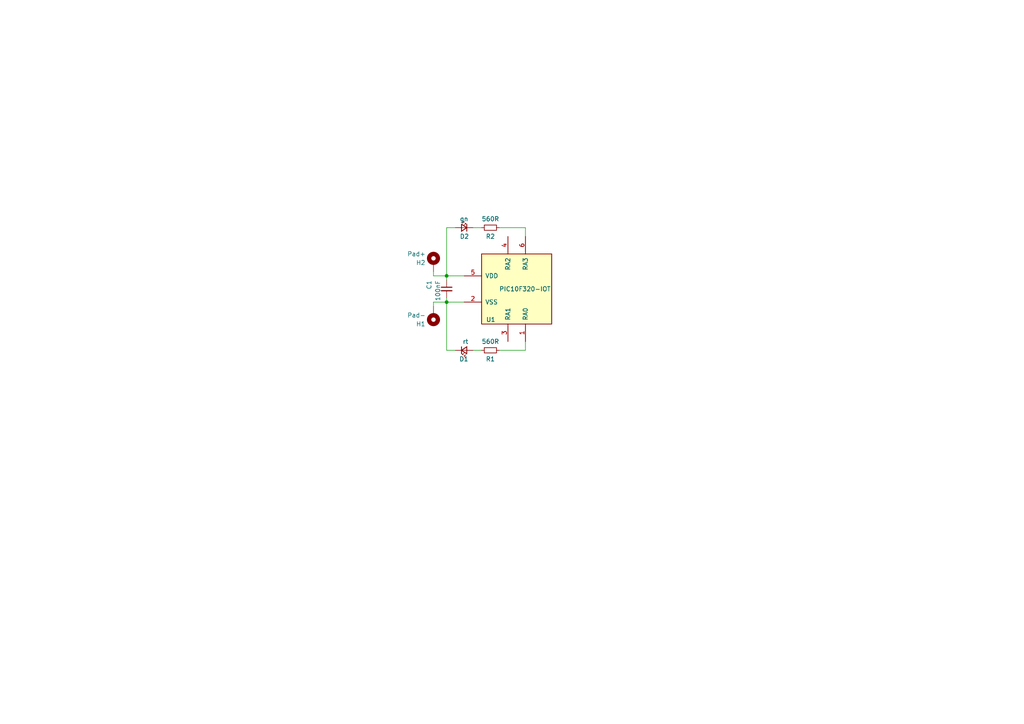
<source format=kicad_sch>
(kicad_sch (version 20211123) (generator eeschema)
  (paper "A4")
  (lib_symbols
    (symbol "Device:C_Small" (pin_numbers hide) (pin_names (offset 0.254) hide)
      (property "Reference" "C" (at 0.254 1.778 0))
      (property "Value" "C_Small" (at 0.254 -2.032 0))
      (symbol "C_Small_0_1"
        (polyline (pts (xy -1.524 -0.508) (xy 1.524 -0.508)) (stroke (width 0.3302)))
        (polyline (pts (xy -1.524 0.508) (xy 1.524 0.508)) (stroke (width 0.3048)))
      )
      (symbol "C_Small_1_1"
        (pin passive line (at 0 2.54 270) (length 2.032) (name "~") (number "1"))
        (pin passive line (at 0 -2.54 90) (length 2.032) (name "~") (number "2"))
      )
    )
    (symbol "Device:LED_Small" (pin_numbers hide) (pin_names (offset 0.254) hide)
      (property "Reference" "D" (at -1.27 3.175 0))
      (property "Value" "LED_Small" (at -4.445 -2.54 0))
      (symbol "LED_Small_0_1"
        (polyline (pts (xy -0.762 -1.016) (xy -0.762 1.016)) (stroke (width 0.254)))
        (polyline (pts (xy 1.016 0) (xy -0.762 0)))
        (polyline (pts (xy 0.762 -1.016) (xy -0.762 0) (xy 0.762 1.016) (xy 0.762 -1.016)) (stroke (width 0.254)))
        (polyline (pts (xy 0 0.762) (xy -0.508 1.27) (xy -0.254 1.27) (xy -0.508 1.27) (xy -0.508 1.016)))
        (polyline (pts (xy 0.508 1.27) (xy 0 1.778) (xy 0.254 1.778) (xy 0 1.778) (xy 0 1.524)))
      )
      (symbol "LED_Small_1_1"
        (pin passive line (at -2.54 0 0) (length 1.778) (name "K") (number "1"))
        (pin passive line (at 2.54 0 180) (length 1.778) (name "A") (number "2"))
      )
    )
    (symbol "Device:R_Small" (pin_numbers hide) (pin_names (offset 0.254) hide)
      (property "Reference" "R" (at 0.762 0.508 0))
      (property "Value" "R_Small" (at 0.762 -1.016 0))
      (symbol "R_Small_0_1"
        (rectangle (start -0.762 1.778) (end 0.762 -1.778) (stroke (width 0.2032)))
      )
      (symbol "R_Small_1_1"
        (pin passive line (at 0 2.54 270) (length 0.762) (name "~") (number "1"))
        (pin passive line (at 0 -2.54 90) (length 0.762) (name "~") (number "2"))
      )
    )
    (symbol "MCU_Microchip_PIC10:PIC10F320-IOT" (pin_names (offset 1.016))
      (property "Reference" "U1" (at 11.43 1.2701 90))
      (property "Value" "PIC10F320-IOT" (at 11.43 -1.2699 90))
      (symbol "PIC10F320-IOT_0_1"
        (rectangle (start -10.16 10.16) (end 10.16 -10.16) (stroke (width 0.254)) (fill (type background)))
      )
      (symbol "PIC10F320-IOT_1_1"
        (pin bidirectional line (at -15.24 2.54 0) (length 5.08) (name "RA0") (number "1"))
        (pin power_in line (at -3.81 -15.24 90) (length 5.08) (name "VSS") (number "2"))
        (pin bidirectional line (at -15.24 -2.54 0) (length 5.08) (name "RA1") (number "3"))
        (pin bidirectional line (at 15.24 -2.54 180) (length 5.08) (name "RA2") (number "4"))
        (pin power_in line (at 3.81 -15.24 90) (length 5.08) (name "VDD") (number "5"))
        (pin input line (at 15.24 2.54 180) (length 5.08) (name "RA3") (number "6"))
      )
    )
    (symbol "Mechanical:MountingHole_Pad" (pin_numbers hide) (pin_names (offset 1.016) hide)
      (property "Reference" "H" (at 0 6.35 0))
      (property "Value" "MountingHole_Pad" (at 0 4.445 0))
      (symbol "MountingHole_Pad_0_1"
        (circle (center 0 1.27) (radius 1.27) (stroke (width 1.27)))
      )
      (symbol "MountingHole_Pad_1_1"
        (pin input line (at 0 -2.54 90) (length 2.54) (name "1") (number "1"))
      )
    )
  )
  (junction (at 129.54 87.63))
  (junction (at 129.54 80.01))
  (wire (pts (xy 129.54 66.04) (xy 132.08 66.04)))
  (wire (pts (xy 125.73 80.01) (xy 129.54 80.01)))
  (wire (pts (xy 125.73 78.74) (xy 125.73 80.01)))
  (wire (pts (xy 125.73 88.9) (xy 125.73 87.63)))
  (wire (pts (xy 129.54 80.01) (xy 129.54 66.04)))
  (wire (pts (xy 144.78 101.6) (xy 152.4 101.6)))
  (wire (pts (xy 144.78 66.04) (xy 152.4 66.04)))
  (wire (pts (xy 129.54 81.28) (xy 129.54 80.01)))
  (wire (pts (xy 152.4 99.06) (xy 152.4 101.6)))
  (wire (pts (xy 125.73 87.63) (xy 129.54 87.63)))
  (wire (pts (xy 129.54 80.01) (xy 134.62 80.01)))
  (wire (pts (xy 129.54 87.63) (xy 129.54 101.6)))
  (wire (pts (xy 129.54 101.6) (xy 132.08 101.6)))
  (wire (pts (xy 152.4 66.04) (xy 152.4 68.58)))
  (wire (pts (xy 137.16 66.04) (xy 139.7 66.04)))
  (wire (pts (xy 137.16 101.6) (xy 139.7 101.6)))
  (wire (pts (xy 129.54 87.63) (xy 134.62 87.63)))
  (wire (pts (xy 129.54 86.36) (xy 129.54 87.63)))
  (symbol (lib_id "Mechanical:MountingHole_Pad") (at 125.73 91.44 0) (mirror x) (unit 1)
    (property "Reference" "H1" (at 120.65 93.98 0) (effects (justify left)))
    (property "Value" "Pad-" (at 118.11 91.44 0) (effects (justify left)))
    (property "Footprint" "MountingHole:MountingHole_2.2mm_M2_DIN965_Pad_TopOnly" (effects hide))
  )
  (symbol (lib_id "Device:R_Small") (at 142.24 101.6 90) (mirror x) (unit 1)
    (property "Reference" "R1" (at 142.24 104.14 90))
    (property "Value" "560R" (at 142.24 99.06 90))
    (property "Footprint" "Resistor_SMD:R_0603_1608Metric_Pad0.98x0.95mm_HandSolder" (effects hide))
  )
  (symbol (lib_id "Device:R_Small") (at 142.24 66.04 90) (mirror x) (unit 1)
    (property "Reference" "R2" (at 142.24 68.58 90))
    (property "Value" "560R" (at 142.24 63.5 90))
    (property "Footprint" "Resistor_SMD:R_0603_1608Metric_Pad0.98x0.95mm_HandSolder" (effects hide))
  )
  (symbol (lib_id "Device:LED_Small") (at 134.62 66.04 0) (mirror y) (unit 1)
    (property "Reference" "D2" (at 133.35 68.58 0) (effects (justify right)))
    (property "Value" "gn" (at 133.35 63.5 0) (effects (justify right)))
    (property "Footprint" "LED_SMD:LED_0603_1608Metric" (effects hide))
  )
  (symbol (lib_id "MCU_Microchip_PIC10:PIC10F320-IOT") (at 149.86 83.82 270) (mirror x) (unit 1)
    (property "Reference" "U1" (at 140.97 92.71 90) (effects (justify left)))
    (property "Value" "PIC10F320-IOT" (at 144.78 83.82 90) (effects (justify left)))
    (property "Footprint" "Package_TO_SOT_SMD:SOT-23-6" (effects hide))
    (property "Datasheet" "http://ww1.microchip.com/downloads/en/DeviceDoc/41585A.pdf" (effects hide))
  )
  (symbol (lib_id "Device:LED_Small") (at 134.62 101.6 0) (mirror x) (unit 1)
    (property "Reference" "D1" (at 135.89 104.14 0) (effects (justify right)))
    (property "Value" "rt" (at 135.89 99.06 0) (effects (justify right)))
    (property "Footprint" "LED_SMD:LED_0603_1608Metric" (effects hide))
  )
  (symbol (lib_id "Mechanical:MountingHole_Pad") (at 125.73 76.2 0) (mirror y) (unit 1)
    (property "Reference" "H2" (at 120.65 76.2 0) (effects (justify right)))
    (property "Value" "Pad+" (at 118.11 73.66 0) (effects (justify right)))
    (property "Footprint" "MountingHole:MountingHole_2.2mm_M2_DIN965_Pad_TopOnly" (effects hide))
  )
  (symbol (lib_id "Device:C_Small") (at 129.54 83.82 0) (mirror y) (unit 1)
    (property "Reference" "C1" (at 124.46 81.28 90) (effects (justify right)))
    (property "Value" "100nF" (at 127 81.28 90) (effects (justify right)))
    (property "Footprint" "Capacitor_SMD:C_0603_1608Metric_Pad1.08x0.95mm_HandSolder" (effects hide))
  )
)
</source>
